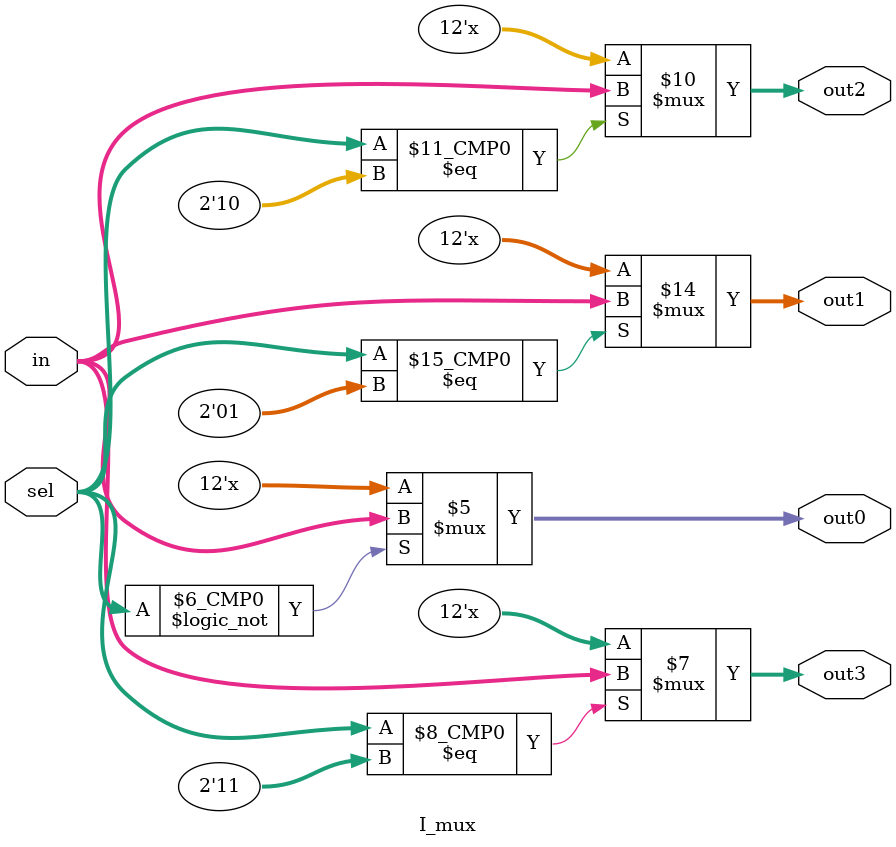
<source format=v>
`timescale 1ns/100ps
/*
Filename      : I_mux.v
Author        : Liam Crowley
Created       : Tue Oct 31 08:24:49 2023
INPUTS        : in
                sel
OUTPUTS       : out0
                out1
                out2
                out3
PARAMETERS    : m

Description   : I MUX for testing multiple voices
*/
module I_mux
#(
  parameter m = 12
  )
 (
 /*AUTOARG*/
   // Outputs
   out0, out1, out2, out3,
   // Inputs
   in, sel
   ) ;
   input [m-1:0]	in;
   output reg [m-1:0]	out0, out1, out2, out3;
   input [1:0]		sel;
   always @(*) begin
   case (sel) 
        2'b00: begin
	out0 = in;	
end
     2'b01: begin
	out1 = in;
end
     2'b10: begin
	out2 = in;
end
     2'b11: begin
	out3 = in;
end
     default: begin
	out0 = in;
end
   endcase // case (sel)
   end
endmodule // i_mux

</source>
